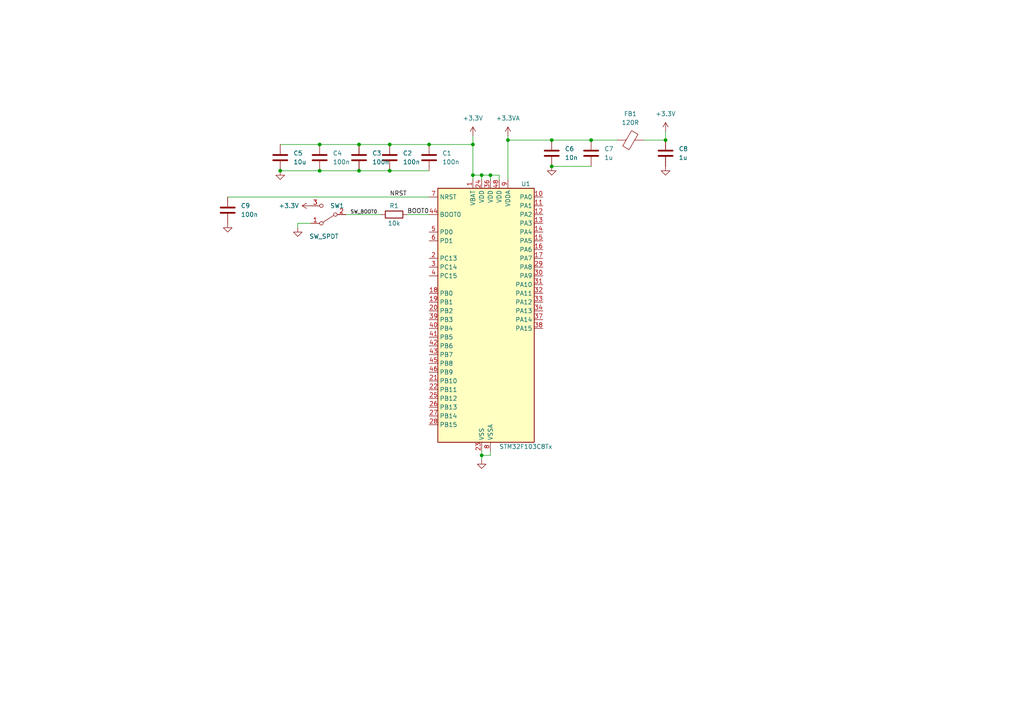
<source format=kicad_sch>
(kicad_sch (version 20230121) (generator eeschema)

  (uuid fcbd8079-7796-4e4b-9f8c-4d114d4d3a84)

  (paper "A4")

  (lib_symbols
    (symbol "Device:C" (pin_numbers hide) (pin_names (offset 0.254)) (in_bom yes) (on_board yes)
      (property "Reference" "C" (at 0.635 2.54 0)
        (effects (font (size 1.27 1.27)) (justify left))
      )
      (property "Value" "C" (at 0.635 -2.54 0)
        (effects (font (size 1.27 1.27)) (justify left))
      )
      (property "Footprint" "" (at 0.9652 -3.81 0)
        (effects (font (size 1.27 1.27)) hide)
      )
      (property "Datasheet" "~" (at 0 0 0)
        (effects (font (size 1.27 1.27)) hide)
      )
      (property "ki_keywords" "cap capacitor" (at 0 0 0)
        (effects (font (size 1.27 1.27)) hide)
      )
      (property "ki_description" "Unpolarized capacitor" (at 0 0 0)
        (effects (font (size 1.27 1.27)) hide)
      )
      (property "ki_fp_filters" "C_*" (at 0 0 0)
        (effects (font (size 1.27 1.27)) hide)
      )
      (symbol "C_0_1"
        (polyline
          (pts
            (xy -2.032 -0.762)
            (xy 2.032 -0.762)
          )
          (stroke (width 0.508) (type default))
          (fill (type none))
        )
        (polyline
          (pts
            (xy -2.032 0.762)
            (xy 2.032 0.762)
          )
          (stroke (width 0.508) (type default))
          (fill (type none))
        )
      )
      (symbol "C_1_1"
        (pin passive line (at 0 3.81 270) (length 2.794)
          (name "~" (effects (font (size 1.27 1.27))))
          (number "1" (effects (font (size 1.27 1.27))))
        )
        (pin passive line (at 0 -3.81 90) (length 2.794)
          (name "~" (effects (font (size 1.27 1.27))))
          (number "2" (effects (font (size 1.27 1.27))))
        )
      )
    )
    (symbol "Device:FerriteBead" (pin_numbers hide) (pin_names (offset 0)) (in_bom yes) (on_board yes)
      (property "Reference" "FB" (at -3.81 0.635 90)
        (effects (font (size 1.27 1.27)))
      )
      (property "Value" "FerriteBead" (at 3.81 0 90)
        (effects (font (size 1.27 1.27)))
      )
      (property "Footprint" "" (at -1.778 0 90)
        (effects (font (size 1.27 1.27)) hide)
      )
      (property "Datasheet" "~" (at 0 0 0)
        (effects (font (size 1.27 1.27)) hide)
      )
      (property "ki_keywords" "L ferrite bead inductor filter" (at 0 0 0)
        (effects (font (size 1.27 1.27)) hide)
      )
      (property "ki_description" "Ferrite bead" (at 0 0 0)
        (effects (font (size 1.27 1.27)) hide)
      )
      (property "ki_fp_filters" "Inductor_* L_* *Ferrite*" (at 0 0 0)
        (effects (font (size 1.27 1.27)) hide)
      )
      (symbol "FerriteBead_0_1"
        (polyline
          (pts
            (xy 0 -1.27)
            (xy 0 -1.2192)
          )
          (stroke (width 0) (type default))
          (fill (type none))
        )
        (polyline
          (pts
            (xy 0 1.27)
            (xy 0 1.2954)
          )
          (stroke (width 0) (type default))
          (fill (type none))
        )
        (polyline
          (pts
            (xy -2.7686 0.4064)
            (xy -1.7018 2.2606)
            (xy 2.7686 -0.3048)
            (xy 1.6764 -2.159)
            (xy -2.7686 0.4064)
          )
          (stroke (width 0) (type default))
          (fill (type none))
        )
      )
      (symbol "FerriteBead_1_1"
        (pin passive line (at 0 3.81 270) (length 2.54)
          (name "~" (effects (font (size 1.27 1.27))))
          (number "1" (effects (font (size 1.27 1.27))))
        )
        (pin passive line (at 0 -3.81 90) (length 2.54)
          (name "~" (effects (font (size 1.27 1.27))))
          (number "2" (effects (font (size 1.27 1.27))))
        )
      )
    )
    (symbol "Device:R" (pin_numbers hide) (pin_names (offset 0)) (in_bom yes) (on_board yes)
      (property "Reference" "R" (at 2.032 0 90)
        (effects (font (size 1.27 1.27)))
      )
      (property "Value" "R" (at 0 0 90)
        (effects (font (size 1.27 1.27)))
      )
      (property "Footprint" "" (at -1.778 0 90)
        (effects (font (size 1.27 1.27)) hide)
      )
      (property "Datasheet" "~" (at 0 0 0)
        (effects (font (size 1.27 1.27)) hide)
      )
      (property "ki_keywords" "R res resistor" (at 0 0 0)
        (effects (font (size 1.27 1.27)) hide)
      )
      (property "ki_description" "Resistor" (at 0 0 0)
        (effects (font (size 1.27 1.27)) hide)
      )
      (property "ki_fp_filters" "R_*" (at 0 0 0)
        (effects (font (size 1.27 1.27)) hide)
      )
      (symbol "R_0_1"
        (rectangle (start -1.016 -2.54) (end 1.016 2.54)
          (stroke (width 0.254) (type default))
          (fill (type none))
        )
      )
      (symbol "R_1_1"
        (pin passive line (at 0 3.81 270) (length 1.27)
          (name "~" (effects (font (size 1.27 1.27))))
          (number "1" (effects (font (size 1.27 1.27))))
        )
        (pin passive line (at 0 -3.81 90) (length 1.27)
          (name "~" (effects (font (size 1.27 1.27))))
          (number "2" (effects (font (size 1.27 1.27))))
        )
      )
    )
    (symbol "MCU_ST_STM32F1:STM32F103C8Tx" (in_bom yes) (on_board yes)
      (property "Reference" "U" (at -12.7 39.37 0)
        (effects (font (size 1.27 1.27)) (justify left))
      )
      (property "Value" "STM32F103C8Tx" (at 10.16 39.37 0)
        (effects (font (size 1.27 1.27)) (justify left))
      )
      (property "Footprint" "Package_QFP:LQFP-48_7x7mm_P0.5mm" (at -12.7 -35.56 0)
        (effects (font (size 1.27 1.27)) (justify right) hide)
      )
      (property "Datasheet" "https://www.st.com/resource/en/datasheet/stm32f103c8.pdf" (at 0 0 0)
        (effects (font (size 1.27 1.27)) hide)
      )
      (property "ki_locked" "" (at 0 0 0)
        (effects (font (size 1.27 1.27)))
      )
      (property "ki_keywords" "Arm Cortex-M3 STM32F1 STM32F103" (at 0 0 0)
        (effects (font (size 1.27 1.27)) hide)
      )
      (property "ki_description" "STMicroelectronics Arm Cortex-M3 MCU, 64KB flash, 20KB RAM, 72 MHz, 2.0-3.6V, 37 GPIO, LQFP48" (at 0 0 0)
        (effects (font (size 1.27 1.27)) hide)
      )
      (property "ki_fp_filters" "LQFP*7x7mm*P0.5mm*" (at 0 0 0)
        (effects (font (size 1.27 1.27)) hide)
      )
      (symbol "STM32F103C8Tx_0_1"
        (rectangle (start -12.7 -35.56) (end 15.24 38.1)
          (stroke (width 0.254) (type default))
          (fill (type background))
        )
      )
      (symbol "STM32F103C8Tx_1_1"
        (pin power_in line (at -2.54 40.64 270) (length 2.54)
          (name "VBAT" (effects (font (size 1.27 1.27))))
          (number "1" (effects (font (size 1.27 1.27))))
        )
        (pin bidirectional line (at 17.78 35.56 180) (length 2.54)
          (name "PA0" (effects (font (size 1.27 1.27))))
          (number "10" (effects (font (size 1.27 1.27))))
          (alternate "ADC1_IN0" bidirectional line)
          (alternate "ADC2_IN0" bidirectional line)
          (alternate "SYS_WKUP" bidirectional line)
          (alternate "TIM2_CH1" bidirectional line)
          (alternate "TIM2_ETR" bidirectional line)
          (alternate "USART2_CTS" bidirectional line)
        )
        (pin bidirectional line (at 17.78 33.02 180) (length 2.54)
          (name "PA1" (effects (font (size 1.27 1.27))))
          (number "11" (effects (font (size 1.27 1.27))))
          (alternate "ADC1_IN1" bidirectional line)
          (alternate "ADC2_IN1" bidirectional line)
          (alternate "TIM2_CH2" bidirectional line)
          (alternate "USART2_RTS" bidirectional line)
        )
        (pin bidirectional line (at 17.78 30.48 180) (length 2.54)
          (name "PA2" (effects (font (size 1.27 1.27))))
          (number "12" (effects (font (size 1.27 1.27))))
          (alternate "ADC1_IN2" bidirectional line)
          (alternate "ADC2_IN2" bidirectional line)
          (alternate "TIM2_CH3" bidirectional line)
          (alternate "USART2_TX" bidirectional line)
        )
        (pin bidirectional line (at 17.78 27.94 180) (length 2.54)
          (name "PA3" (effects (font (size 1.27 1.27))))
          (number "13" (effects (font (size 1.27 1.27))))
          (alternate "ADC1_IN3" bidirectional line)
          (alternate "ADC2_IN3" bidirectional line)
          (alternate "TIM2_CH4" bidirectional line)
          (alternate "USART2_RX" bidirectional line)
        )
        (pin bidirectional line (at 17.78 25.4 180) (length 2.54)
          (name "PA4" (effects (font (size 1.27 1.27))))
          (number "14" (effects (font (size 1.27 1.27))))
          (alternate "ADC1_IN4" bidirectional line)
          (alternate "ADC2_IN4" bidirectional line)
          (alternate "SPI1_NSS" bidirectional line)
          (alternate "USART2_CK" bidirectional line)
        )
        (pin bidirectional line (at 17.78 22.86 180) (length 2.54)
          (name "PA5" (effects (font (size 1.27 1.27))))
          (number "15" (effects (font (size 1.27 1.27))))
          (alternate "ADC1_IN5" bidirectional line)
          (alternate "ADC2_IN5" bidirectional line)
          (alternate "SPI1_SCK" bidirectional line)
        )
        (pin bidirectional line (at 17.78 20.32 180) (length 2.54)
          (name "PA6" (effects (font (size 1.27 1.27))))
          (number "16" (effects (font (size 1.27 1.27))))
          (alternate "ADC1_IN6" bidirectional line)
          (alternate "ADC2_IN6" bidirectional line)
          (alternate "SPI1_MISO" bidirectional line)
          (alternate "TIM1_BKIN" bidirectional line)
          (alternate "TIM3_CH1" bidirectional line)
        )
        (pin bidirectional line (at 17.78 17.78 180) (length 2.54)
          (name "PA7" (effects (font (size 1.27 1.27))))
          (number "17" (effects (font (size 1.27 1.27))))
          (alternate "ADC1_IN7" bidirectional line)
          (alternate "ADC2_IN7" bidirectional line)
          (alternate "SPI1_MOSI" bidirectional line)
          (alternate "TIM1_CH1N" bidirectional line)
          (alternate "TIM3_CH2" bidirectional line)
        )
        (pin bidirectional line (at -15.24 7.62 0) (length 2.54)
          (name "PB0" (effects (font (size 1.27 1.27))))
          (number "18" (effects (font (size 1.27 1.27))))
          (alternate "ADC1_IN8" bidirectional line)
          (alternate "ADC2_IN8" bidirectional line)
          (alternate "TIM1_CH2N" bidirectional line)
          (alternate "TIM3_CH3" bidirectional line)
        )
        (pin bidirectional line (at -15.24 5.08 0) (length 2.54)
          (name "PB1" (effects (font (size 1.27 1.27))))
          (number "19" (effects (font (size 1.27 1.27))))
          (alternate "ADC1_IN9" bidirectional line)
          (alternate "ADC2_IN9" bidirectional line)
          (alternate "TIM1_CH3N" bidirectional line)
          (alternate "TIM3_CH4" bidirectional line)
        )
        (pin bidirectional line (at -15.24 17.78 0) (length 2.54)
          (name "PC13" (effects (font (size 1.27 1.27))))
          (number "2" (effects (font (size 1.27 1.27))))
          (alternate "RTC_OUT" bidirectional line)
          (alternate "RTC_TAMPER" bidirectional line)
        )
        (pin bidirectional line (at -15.24 2.54 0) (length 2.54)
          (name "PB2" (effects (font (size 1.27 1.27))))
          (number "20" (effects (font (size 1.27 1.27))))
        )
        (pin bidirectional line (at -15.24 -17.78 0) (length 2.54)
          (name "PB10" (effects (font (size 1.27 1.27))))
          (number "21" (effects (font (size 1.27 1.27))))
          (alternate "I2C2_SCL" bidirectional line)
          (alternate "TIM2_CH3" bidirectional line)
          (alternate "USART3_TX" bidirectional line)
        )
        (pin bidirectional line (at -15.24 -20.32 0) (length 2.54)
          (name "PB11" (effects (font (size 1.27 1.27))))
          (number "22" (effects (font (size 1.27 1.27))))
          (alternate "ADC1_EXTI11" bidirectional line)
          (alternate "ADC2_EXTI11" bidirectional line)
          (alternate "I2C2_SDA" bidirectional line)
          (alternate "TIM2_CH4" bidirectional line)
          (alternate "USART3_RX" bidirectional line)
        )
        (pin power_in line (at 0 -38.1 90) (length 2.54)
          (name "VSS" (effects (font (size 1.27 1.27))))
          (number "23" (effects (font (size 1.27 1.27))))
        )
        (pin power_in line (at 0 40.64 270) (length 2.54)
          (name "VDD" (effects (font (size 1.27 1.27))))
          (number "24" (effects (font (size 1.27 1.27))))
        )
        (pin bidirectional line (at -15.24 -22.86 0) (length 2.54)
          (name "PB12" (effects (font (size 1.27 1.27))))
          (number "25" (effects (font (size 1.27 1.27))))
          (alternate "I2C2_SMBA" bidirectional line)
          (alternate "SPI2_NSS" bidirectional line)
          (alternate "TIM1_BKIN" bidirectional line)
          (alternate "USART3_CK" bidirectional line)
        )
        (pin bidirectional line (at -15.24 -25.4 0) (length 2.54)
          (name "PB13" (effects (font (size 1.27 1.27))))
          (number "26" (effects (font (size 1.27 1.27))))
          (alternate "SPI2_SCK" bidirectional line)
          (alternate "TIM1_CH1N" bidirectional line)
          (alternate "USART3_CTS" bidirectional line)
        )
        (pin bidirectional line (at -15.24 -27.94 0) (length 2.54)
          (name "PB14" (effects (font (size 1.27 1.27))))
          (number "27" (effects (font (size 1.27 1.27))))
          (alternate "SPI2_MISO" bidirectional line)
          (alternate "TIM1_CH2N" bidirectional line)
          (alternate "USART3_RTS" bidirectional line)
        )
        (pin bidirectional line (at -15.24 -30.48 0) (length 2.54)
          (name "PB15" (effects (font (size 1.27 1.27))))
          (number "28" (effects (font (size 1.27 1.27))))
          (alternate "ADC1_EXTI15" bidirectional line)
          (alternate "ADC2_EXTI15" bidirectional line)
          (alternate "SPI2_MOSI" bidirectional line)
          (alternate "TIM1_CH3N" bidirectional line)
        )
        (pin bidirectional line (at 17.78 15.24 180) (length 2.54)
          (name "PA8" (effects (font (size 1.27 1.27))))
          (number "29" (effects (font (size 1.27 1.27))))
          (alternate "RCC_MCO" bidirectional line)
          (alternate "TIM1_CH1" bidirectional line)
          (alternate "USART1_CK" bidirectional line)
        )
        (pin bidirectional line (at -15.24 15.24 0) (length 2.54)
          (name "PC14" (effects (font (size 1.27 1.27))))
          (number "3" (effects (font (size 1.27 1.27))))
          (alternate "RCC_OSC32_IN" bidirectional line)
        )
        (pin bidirectional line (at 17.78 12.7 180) (length 2.54)
          (name "PA9" (effects (font (size 1.27 1.27))))
          (number "30" (effects (font (size 1.27 1.27))))
          (alternate "TIM1_CH2" bidirectional line)
          (alternate "USART1_TX" bidirectional line)
        )
        (pin bidirectional line (at 17.78 10.16 180) (length 2.54)
          (name "PA10" (effects (font (size 1.27 1.27))))
          (number "31" (effects (font (size 1.27 1.27))))
          (alternate "TIM1_CH3" bidirectional line)
          (alternate "USART1_RX" bidirectional line)
        )
        (pin bidirectional line (at 17.78 7.62 180) (length 2.54)
          (name "PA11" (effects (font (size 1.27 1.27))))
          (number "32" (effects (font (size 1.27 1.27))))
          (alternate "ADC1_EXTI11" bidirectional line)
          (alternate "ADC2_EXTI11" bidirectional line)
          (alternate "CAN_RX" bidirectional line)
          (alternate "TIM1_CH4" bidirectional line)
          (alternate "USART1_CTS" bidirectional line)
          (alternate "USB_DM" bidirectional line)
        )
        (pin bidirectional line (at 17.78 5.08 180) (length 2.54)
          (name "PA12" (effects (font (size 1.27 1.27))))
          (number "33" (effects (font (size 1.27 1.27))))
          (alternate "CAN_TX" bidirectional line)
          (alternate "TIM1_ETR" bidirectional line)
          (alternate "USART1_RTS" bidirectional line)
          (alternate "USB_DP" bidirectional line)
        )
        (pin bidirectional line (at 17.78 2.54 180) (length 2.54)
          (name "PA13" (effects (font (size 1.27 1.27))))
          (number "34" (effects (font (size 1.27 1.27))))
          (alternate "SYS_JTMS-SWDIO" bidirectional line)
        )
        (pin passive line (at 0 -38.1 90) (length 2.54) hide
          (name "VSS" (effects (font (size 1.27 1.27))))
          (number "35" (effects (font (size 1.27 1.27))))
        )
        (pin power_in line (at 2.54 40.64 270) (length 2.54)
          (name "VDD" (effects (font (size 1.27 1.27))))
          (number "36" (effects (font (size 1.27 1.27))))
        )
        (pin bidirectional line (at 17.78 0 180) (length 2.54)
          (name "PA14" (effects (font (size 1.27 1.27))))
          (number "37" (effects (font (size 1.27 1.27))))
          (alternate "SYS_JTCK-SWCLK" bidirectional line)
        )
        (pin bidirectional line (at 17.78 -2.54 180) (length 2.54)
          (name "PA15" (effects (font (size 1.27 1.27))))
          (number "38" (effects (font (size 1.27 1.27))))
          (alternate "ADC1_EXTI15" bidirectional line)
          (alternate "ADC2_EXTI15" bidirectional line)
          (alternate "SPI1_NSS" bidirectional line)
          (alternate "SYS_JTDI" bidirectional line)
          (alternate "TIM2_CH1" bidirectional line)
          (alternate "TIM2_ETR" bidirectional line)
        )
        (pin bidirectional line (at -15.24 0 0) (length 2.54)
          (name "PB3" (effects (font (size 1.27 1.27))))
          (number "39" (effects (font (size 1.27 1.27))))
          (alternate "SPI1_SCK" bidirectional line)
          (alternate "SYS_JTDO-TRACESWO" bidirectional line)
          (alternate "TIM2_CH2" bidirectional line)
        )
        (pin bidirectional line (at -15.24 12.7 0) (length 2.54)
          (name "PC15" (effects (font (size 1.27 1.27))))
          (number "4" (effects (font (size 1.27 1.27))))
          (alternate "ADC1_EXTI15" bidirectional line)
          (alternate "ADC2_EXTI15" bidirectional line)
          (alternate "RCC_OSC32_OUT" bidirectional line)
        )
        (pin bidirectional line (at -15.24 -2.54 0) (length 2.54)
          (name "PB4" (effects (font (size 1.27 1.27))))
          (number "40" (effects (font (size 1.27 1.27))))
          (alternate "SPI1_MISO" bidirectional line)
          (alternate "SYS_NJTRST" bidirectional line)
          (alternate "TIM3_CH1" bidirectional line)
        )
        (pin bidirectional line (at -15.24 -5.08 0) (length 2.54)
          (name "PB5" (effects (font (size 1.27 1.27))))
          (number "41" (effects (font (size 1.27 1.27))))
          (alternate "I2C1_SMBA" bidirectional line)
          (alternate "SPI1_MOSI" bidirectional line)
          (alternate "TIM3_CH2" bidirectional line)
        )
        (pin bidirectional line (at -15.24 -7.62 0) (length 2.54)
          (name "PB6" (effects (font (size 1.27 1.27))))
          (number "42" (effects (font (size 1.27 1.27))))
          (alternate "I2C1_SCL" bidirectional line)
          (alternate "TIM4_CH1" bidirectional line)
          (alternate "USART1_TX" bidirectional line)
        )
        (pin bidirectional line (at -15.24 -10.16 0) (length 2.54)
          (name "PB7" (effects (font (size 1.27 1.27))))
          (number "43" (effects (font (size 1.27 1.27))))
          (alternate "I2C1_SDA" bidirectional line)
          (alternate "TIM4_CH2" bidirectional line)
          (alternate "USART1_RX" bidirectional line)
        )
        (pin input line (at -15.24 30.48 0) (length 2.54)
          (name "BOOT0" (effects (font (size 1.27 1.27))))
          (number "44" (effects (font (size 1.27 1.27))))
        )
        (pin bidirectional line (at -15.24 -12.7 0) (length 2.54)
          (name "PB8" (effects (font (size 1.27 1.27))))
          (number "45" (effects (font (size 1.27 1.27))))
          (alternate "CAN_RX" bidirectional line)
          (alternate "I2C1_SCL" bidirectional line)
          (alternate "TIM4_CH3" bidirectional line)
        )
        (pin bidirectional line (at -15.24 -15.24 0) (length 2.54)
          (name "PB9" (effects (font (size 1.27 1.27))))
          (number "46" (effects (font (size 1.27 1.27))))
          (alternate "CAN_TX" bidirectional line)
          (alternate "I2C1_SDA" bidirectional line)
          (alternate "TIM4_CH4" bidirectional line)
        )
        (pin passive line (at 0 -38.1 90) (length 2.54) hide
          (name "VSS" (effects (font (size 1.27 1.27))))
          (number "47" (effects (font (size 1.27 1.27))))
        )
        (pin power_in line (at 5.08 40.64 270) (length 2.54)
          (name "VDD" (effects (font (size 1.27 1.27))))
          (number "48" (effects (font (size 1.27 1.27))))
        )
        (pin bidirectional line (at -15.24 25.4 0) (length 2.54)
          (name "PD0" (effects (font (size 1.27 1.27))))
          (number "5" (effects (font (size 1.27 1.27))))
          (alternate "RCC_OSC_IN" bidirectional line)
        )
        (pin bidirectional line (at -15.24 22.86 0) (length 2.54)
          (name "PD1" (effects (font (size 1.27 1.27))))
          (number "6" (effects (font (size 1.27 1.27))))
          (alternate "RCC_OSC_OUT" bidirectional line)
        )
        (pin input line (at -15.24 35.56 0) (length 2.54)
          (name "NRST" (effects (font (size 1.27 1.27))))
          (number "7" (effects (font (size 1.27 1.27))))
        )
        (pin power_in line (at 2.54 -38.1 90) (length 2.54)
          (name "VSSA" (effects (font (size 1.27 1.27))))
          (number "8" (effects (font (size 1.27 1.27))))
        )
        (pin power_in line (at 7.62 40.64 270) (length 2.54)
          (name "VDDA" (effects (font (size 1.27 1.27))))
          (number "9" (effects (font (size 1.27 1.27))))
        )
      )
    )
    (symbol "Switch:SW_SPDT" (pin_names (offset 0) hide) (in_bom yes) (on_board yes)
      (property "Reference" "SW" (at 0 4.318 0)
        (effects (font (size 1.27 1.27)))
      )
      (property "Value" "SW_SPDT" (at 0 -5.08 0)
        (effects (font (size 1.27 1.27)))
      )
      (property "Footprint" "" (at 0 0 0)
        (effects (font (size 1.27 1.27)) hide)
      )
      (property "Datasheet" "~" (at 0 0 0)
        (effects (font (size 1.27 1.27)) hide)
      )
      (property "ki_keywords" "switch single-pole double-throw spdt ON-ON" (at 0 0 0)
        (effects (font (size 1.27 1.27)) hide)
      )
      (property "ki_description" "Switch, single pole double throw" (at 0 0 0)
        (effects (font (size 1.27 1.27)) hide)
      )
      (symbol "SW_SPDT_0_0"
        (circle (center -2.032 0) (radius 0.508)
          (stroke (width 0) (type default))
          (fill (type none))
        )
        (circle (center 2.032 -2.54) (radius 0.508)
          (stroke (width 0) (type default))
          (fill (type none))
        )
      )
      (symbol "SW_SPDT_0_1"
        (polyline
          (pts
            (xy -1.524 0.254)
            (xy 1.651 2.286)
          )
          (stroke (width 0) (type default))
          (fill (type none))
        )
        (circle (center 2.032 2.54) (radius 0.508)
          (stroke (width 0) (type default))
          (fill (type none))
        )
      )
      (symbol "SW_SPDT_1_1"
        (pin passive line (at 5.08 2.54 180) (length 2.54)
          (name "A" (effects (font (size 1.27 1.27))))
          (number "1" (effects (font (size 1.27 1.27))))
        )
        (pin passive line (at -5.08 0 0) (length 2.54)
          (name "B" (effects (font (size 1.27 1.27))))
          (number "2" (effects (font (size 1.27 1.27))))
        )
        (pin passive line (at 5.08 -2.54 180) (length 2.54)
          (name "C" (effects (font (size 1.27 1.27))))
          (number "3" (effects (font (size 1.27 1.27))))
        )
      )
    )
    (symbol "power:+3.3V" (power) (pin_names (offset 0)) (in_bom yes) (on_board yes)
      (property "Reference" "#PWR" (at 0 -3.81 0)
        (effects (font (size 1.27 1.27)) hide)
      )
      (property "Value" "+3.3V" (at 0 3.556 0)
        (effects (font (size 1.27 1.27)))
      )
      (property "Footprint" "" (at 0 0 0)
        (effects (font (size 1.27 1.27)) hide)
      )
      (property "Datasheet" "" (at 0 0 0)
        (effects (font (size 1.27 1.27)) hide)
      )
      (property "ki_keywords" "global power" (at 0 0 0)
        (effects (font (size 1.27 1.27)) hide)
      )
      (property "ki_description" "Power symbol creates a global label with name \"+3.3V\"" (at 0 0 0)
        (effects (font (size 1.27 1.27)) hide)
      )
      (symbol "+3.3V_0_1"
        (polyline
          (pts
            (xy -0.762 1.27)
            (xy 0 2.54)
          )
          (stroke (width 0) (type default))
          (fill (type none))
        )
        (polyline
          (pts
            (xy 0 0)
            (xy 0 2.54)
          )
          (stroke (width 0) (type default))
          (fill (type none))
        )
        (polyline
          (pts
            (xy 0 2.54)
            (xy 0.762 1.27)
          )
          (stroke (width 0) (type default))
          (fill (type none))
        )
      )
      (symbol "+3.3V_1_1"
        (pin power_in line (at 0 0 90) (length 0) hide
          (name "+3.3V" (effects (font (size 1.27 1.27))))
          (number "1" (effects (font (size 1.27 1.27))))
        )
      )
    )
    (symbol "power:+3.3VA" (power) (pin_names (offset 0)) (in_bom yes) (on_board yes)
      (property "Reference" "#PWR" (at 0 -3.81 0)
        (effects (font (size 1.27 1.27)) hide)
      )
      (property "Value" "+3.3VA" (at 0 3.556 0)
        (effects (font (size 1.27 1.27)))
      )
      (property "Footprint" "" (at 0 0 0)
        (effects (font (size 1.27 1.27)) hide)
      )
      (property "Datasheet" "" (at 0 0 0)
        (effects (font (size 1.27 1.27)) hide)
      )
      (property "ki_keywords" "global power" (at 0 0 0)
        (effects (font (size 1.27 1.27)) hide)
      )
      (property "ki_description" "Power symbol creates a global label with name \"+3.3VA\"" (at 0 0 0)
        (effects (font (size 1.27 1.27)) hide)
      )
      (symbol "+3.3VA_0_1"
        (polyline
          (pts
            (xy -0.762 1.27)
            (xy 0 2.54)
          )
          (stroke (width 0) (type default))
          (fill (type none))
        )
        (polyline
          (pts
            (xy 0 0)
            (xy 0 2.54)
          )
          (stroke (width 0) (type default))
          (fill (type none))
        )
        (polyline
          (pts
            (xy 0 2.54)
            (xy 0.762 1.27)
          )
          (stroke (width 0) (type default))
          (fill (type none))
        )
      )
      (symbol "+3.3VA_1_1"
        (pin power_in line (at 0 0 90) (length 0) hide
          (name "+3.3VA" (effects (font (size 1.27 1.27))))
          (number "1" (effects (font (size 1.27 1.27))))
        )
      )
    )
    (symbol "power:GND" (power) (pin_names (offset 0)) (in_bom yes) (on_board yes)
      (property "Reference" "#PWR" (at 0 -6.35 0)
        (effects (font (size 1.27 1.27)) hide)
      )
      (property "Value" "GND" (at 0 -3.81 0)
        (effects (font (size 1.27 1.27)))
      )
      (property "Footprint" "" (at 0 0 0)
        (effects (font (size 1.27 1.27)) hide)
      )
      (property "Datasheet" "" (at 0 0 0)
        (effects (font (size 1.27 1.27)) hide)
      )
      (property "ki_keywords" "global power" (at 0 0 0)
        (effects (font (size 1.27 1.27)) hide)
      )
      (property "ki_description" "Power symbol creates a global label with name \"GND\" , ground" (at 0 0 0)
        (effects (font (size 1.27 1.27)) hide)
      )
      (symbol "GND_0_1"
        (polyline
          (pts
            (xy 0 0)
            (xy 0 -1.27)
            (xy 1.27 -1.27)
            (xy 0 -2.54)
            (xy -1.27 -1.27)
            (xy 0 -1.27)
          )
          (stroke (width 0) (type default))
          (fill (type none))
        )
      )
      (symbol "GND_1_1"
        (pin power_in line (at 0 0 270) (length 0) hide
          (name "GND" (effects (font (size 1.27 1.27))))
          (number "1" (effects (font (size 1.27 1.27))))
        )
      )
    )
  )

  (junction (at 81.28 49.53) (diameter 0) (color 0 0 0 0)
    (uuid 13908a26-fe0d-4e33-bf74-42e4b11e4ea4)
  )
  (junction (at 137.16 41.91) (diameter 0) (color 0 0 0 0)
    (uuid 14e0f2f0-3d07-4c53-b806-c5fff92865ad)
  )
  (junction (at 113.03 49.53) (diameter 0) (color 0 0 0 0)
    (uuid 31939780-88d7-4203-a954-a13531408a46)
  )
  (junction (at 147.32 40.64) (diameter 0) (color 0 0 0 0)
    (uuid 33843856-4c53-44ca-a4e2-b515cfc40907)
  )
  (junction (at 139.7 132.08) (diameter 0) (color 0 0 0 0)
    (uuid 55315aed-fdc8-4c32-a98a-c8bb01d85f30)
  )
  (junction (at 139.7 50.8) (diameter 0) (color 0 0 0 0)
    (uuid 6e50eea4-4827-423c-8f3e-1d1df43afef4)
  )
  (junction (at 104.14 41.91) (diameter 0) (color 0 0 0 0)
    (uuid 71b9886d-2570-44ae-b7fe-2c9adbc33217)
  )
  (junction (at 124.46 41.91) (diameter 0) (color 0 0 0 0)
    (uuid 7d37a980-6531-4eb3-9f97-71666f9e5abf)
  )
  (junction (at 137.16 50.8) (diameter 0) (color 0 0 0 0)
    (uuid 7fcecc2a-f629-4092-8add-2210b9171142)
  )
  (junction (at 160.02 40.64) (diameter 0) (color 0 0 0 0)
    (uuid 93a924e3-874f-40ac-9ad4-1284da9a3077)
  )
  (junction (at 92.71 41.91) (diameter 0) (color 0 0 0 0)
    (uuid afae6524-c5da-4171-b9ee-0d49b294bdac)
  )
  (junction (at 160.02 48.26) (diameter 0) (color 0 0 0 0)
    (uuid c082e73e-a43e-496d-b861-71117a78e5f8)
  )
  (junction (at 142.24 50.8) (diameter 0) (color 0 0 0 0)
    (uuid cf2825bc-66a4-458b-96a7-79f8d5cd7249)
  )
  (junction (at 104.14 49.53) (diameter 0) (color 0 0 0 0)
    (uuid d04d9d36-25a4-4f72-aee2-5fb16f8751c8)
  )
  (junction (at 193.04 40.64) (diameter 0) (color 0 0 0 0)
    (uuid d557c0f2-02d7-4b38-98fc-ed01fbd61b6b)
  )
  (junction (at 113.03 41.91) (diameter 0) (color 0 0 0 0)
    (uuid db18e916-6c8e-4c73-a146-2762dc2d793e)
  )
  (junction (at 92.71 49.53) (diameter 0) (color 0 0 0 0)
    (uuid f17974dc-41f6-4289-af99-d2b80712e566)
  )
  (junction (at 171.45 40.64) (diameter 0) (color 0 0 0 0)
    (uuid f7064179-5102-4f08-a524-c43815bbb3b2)
  )

  (wire (pts (xy 186.69 40.64) (xy 193.04 40.64))
    (stroke (width 0) (type default))
    (uuid 0b5ba6e4-e149-4dfa-8302-ceb64e5d5fe8)
  )
  (wire (pts (xy 81.28 41.91) (xy 92.71 41.91))
    (stroke (width 0) (type default))
    (uuid 1639428d-c148-4279-b799-5f97e10d5b1e)
  )
  (wire (pts (xy 81.28 49.53) (xy 92.71 49.53))
    (stroke (width 0) (type default))
    (uuid 1b06e475-df2b-49da-b92a-ae8e1ade5e10)
  )
  (wire (pts (xy 160.02 40.64) (xy 171.45 40.64))
    (stroke (width 0) (type default))
    (uuid 1bcc3941-ad06-40bb-9cf1-eedfa935a487)
  )
  (wire (pts (xy 139.7 133.35) (xy 139.7 132.08))
    (stroke (width 0) (type default))
    (uuid 2771557d-24f9-4dce-86da-f9283deef8c9)
  )
  (wire (pts (xy 142.24 132.08) (xy 139.7 132.08))
    (stroke (width 0) (type default))
    (uuid 2a222286-006a-424b-93c4-36e1f971e625)
  )
  (wire (pts (xy 147.32 40.64) (xy 160.02 40.64))
    (stroke (width 0) (type default))
    (uuid 2a725f64-740d-413d-8c08-9c4b0b6da8b5)
  )
  (wire (pts (xy 104.14 49.53) (xy 113.03 49.53))
    (stroke (width 0) (type default))
    (uuid 2be50e9f-09d6-4d44-a583-868c955dde8f)
  )
  (wire (pts (xy 113.03 41.91) (xy 124.46 41.91))
    (stroke (width 0) (type default))
    (uuid 3705dec4-457d-4ff8-8d5b-7aca6dc3ccd7)
  )
  (wire (pts (xy 139.7 50.8) (xy 137.16 50.8))
    (stroke (width 0) (type default))
    (uuid 4804b065-bfcc-411c-868e-3825e8a298c3)
  )
  (wire (pts (xy 171.45 40.64) (xy 179.07 40.64))
    (stroke (width 0) (type default))
    (uuid 608c4bad-5214-44dd-be6a-99f20e248f32)
  )
  (wire (pts (xy 139.7 50.8) (xy 142.24 50.8))
    (stroke (width 0) (type default))
    (uuid 66459aaa-cc66-4402-b4c1-43d8dcdc77e3)
  )
  (wire (pts (xy 124.46 41.91) (xy 137.16 41.91))
    (stroke (width 0) (type default))
    (uuid 675eea05-16ca-4e29-be6d-dcf5d950849c)
  )
  (wire (pts (xy 118.11 62.23) (xy 124.46 62.23))
    (stroke (width 0) (type default))
    (uuid 8242639d-a181-40b0-b9af-e1291b26358f)
  )
  (wire (pts (xy 160.02 48.26) (xy 171.45 48.26))
    (stroke (width 0) (type default))
    (uuid 848a8c6a-29d6-453c-975d-0dc3e6aa9c4b)
  )
  (wire (pts (xy 137.16 50.8) (xy 137.16 52.07))
    (stroke (width 0) (type default))
    (uuid 8966d694-c2c8-41e2-9b89-dc33f90fb0e8)
  )
  (wire (pts (xy 193.04 38.1) (xy 193.04 40.64))
    (stroke (width 0) (type default))
    (uuid 8a049323-2f68-4c41-9e87-e1bf17e95067)
  )
  (wire (pts (xy 92.71 49.53) (xy 104.14 49.53))
    (stroke (width 0) (type default))
    (uuid 94199582-6166-4504-8fe9-378b11a5b7f3)
  )
  (wire (pts (xy 142.24 50.8) (xy 142.24 52.07))
    (stroke (width 0) (type default))
    (uuid 95422f0c-ec31-4e02-96eb-c2d6c5e8b962)
  )
  (wire (pts (xy 100.33 62.23) (xy 110.49 62.23))
    (stroke (width 0) (type default))
    (uuid 95621501-d702-4adf-918d-95c3f7df3557)
  )
  (wire (pts (xy 92.71 41.91) (xy 104.14 41.91))
    (stroke (width 0) (type default))
    (uuid a71f8b4c-ab7b-4692-8326-13dda9fd5930)
  )
  (wire (pts (xy 142.24 50.8) (xy 144.78 50.8))
    (stroke (width 0) (type default))
    (uuid a89b2722-7348-448c-b906-b89aace42285)
  )
  (wire (pts (xy 147.32 39.37) (xy 147.32 40.64))
    (stroke (width 0) (type default))
    (uuid af893c35-cddd-40ff-aefa-e6431718a692)
  )
  (wire (pts (xy 104.14 41.91) (xy 113.03 41.91))
    (stroke (width 0) (type default))
    (uuid b6e8f651-57ca-4db7-9623-e6cb28a0becf)
  )
  (wire (pts (xy 147.32 40.64) (xy 147.32 52.07))
    (stroke (width 0) (type default))
    (uuid bb257301-5d2e-4395-982d-93b04f437ad2)
  )
  (wire (pts (xy 139.7 132.08) (xy 139.7 130.81))
    (stroke (width 0) (type default))
    (uuid be59dd4e-6b30-41e4-8501-abf268933e76)
  )
  (wire (pts (xy 90.17 64.77) (xy 86.36 64.77))
    (stroke (width 0) (type default))
    (uuid c5e175d9-0278-460c-80b9-ce8d02c1cb9b)
  )
  (wire (pts (xy 86.36 64.77) (xy 86.36 66.04))
    (stroke (width 0) (type default))
    (uuid caa53fe8-6a8c-4d77-a0ea-53e642dc2345)
  )
  (wire (pts (xy 137.16 39.37) (xy 137.16 41.91))
    (stroke (width 0) (type default))
    (uuid cc3a6309-7beb-48ec-86ea-3c85f28b8ef3)
  )
  (wire (pts (xy 144.78 50.8) (xy 144.78 52.07))
    (stroke (width 0) (type default))
    (uuid dd556620-ef80-4522-9d9c-2f28fb14ca4b)
  )
  (wire (pts (xy 139.7 50.8) (xy 139.7 52.07))
    (stroke (width 0) (type default))
    (uuid e2fc1de5-4a5e-4f1c-8cb6-a8d138e188dd)
  )
  (wire (pts (xy 66.04 57.15) (xy 124.46 57.15))
    (stroke (width 0) (type default))
    (uuid e30fe9a1-ca61-4249-9807-53bcf8dc3b28)
  )
  (wire (pts (xy 113.03 49.53) (xy 124.46 49.53))
    (stroke (width 0) (type default))
    (uuid e4700e99-53bb-4672-84f0-77b25d784850)
  )
  (wire (pts (xy 142.24 130.81) (xy 142.24 132.08))
    (stroke (width 0) (type default))
    (uuid ead5c80a-6e4d-4eb0-b995-67c1c7a6490e)
  )
  (wire (pts (xy 137.16 41.91) (xy 137.16 50.8))
    (stroke (width 0) (type default))
    (uuid edb75353-e8a6-4110-9886-aeef3a9572b8)
  )

  (label "NRST" (at 113.03 57.15 0) (fields_autoplaced)
    (effects (font (size 1.27 1.27)) (justify left bottom))
    (uuid 7f4f018e-2c95-4db9-83b7-7e6ca6d57498)
  )
  (label "BOOT0" (at 118.11 62.23 0) (fields_autoplaced)
    (effects (font (size 1.27 1.27)) (justify left bottom))
    (uuid 96b52d29-a6bb-4dbe-9423-33e9726baf67)
  )
  (label "SW_BOOT0" (at 101.6 62.23 0) (fields_autoplaced)
    (effects (font (size 1 1)) (justify left bottom))
    (uuid f53193e9-be8b-4e6e-937c-818c6229641a)
  )

  (symbol (lib_id "Device:C") (at 160.02 44.45 0) (unit 1)
    (in_bom yes) (on_board yes) (dnp no) (fields_autoplaced)
    (uuid 0b043ae6-46f4-414c-80d8-94e93819374a)
    (property "Reference" "C6" (at 163.83 43.18 0)
      (effects (font (size 1.27 1.27)) (justify left))
    )
    (property "Value" "10n" (at 163.83 45.72 0)
      (effects (font (size 1.27 1.27)) (justify left))
    )
    (property "Footprint" "" (at 160.9852 48.26 0)
      (effects (font (size 1.27 1.27)) hide)
    )
    (property "Datasheet" "~" (at 160.02 44.45 0)
      (effects (font (size 1.27 1.27)) hide)
    )
    (pin "1" (uuid 855ff5e7-a7a4-487c-b17d-a76a80a77611))
    (pin "2" (uuid b39a0fba-4a39-42d4-aff7-3263aad2c849))
    (instances
      (project "Embedded Power Managment System"
        (path "/fcbd8079-7796-4e4b-9f8c-4d114d4d3a84"
          (reference "C6") (unit 1)
        )
      )
    )
  )

  (symbol (lib_id "Device:C") (at 104.14 45.72 0) (unit 1)
    (in_bom yes) (on_board yes) (dnp no) (fields_autoplaced)
    (uuid 0fb7afa2-cad5-4044-ba36-6dae25977312)
    (property "Reference" "C3" (at 107.95 44.45 0)
      (effects (font (size 1.27 1.27)) (justify left))
    )
    (property "Value" "100n" (at 107.95 46.99 0)
      (effects (font (size 1.27 1.27)) (justify left))
    )
    (property "Footprint" "" (at 105.1052 49.53 0)
      (effects (font (size 1.27 1.27)) hide)
    )
    (property "Datasheet" "~" (at 104.14 45.72 0)
      (effects (font (size 1.27 1.27)) hide)
    )
    (pin "1" (uuid 080e26f8-b853-4847-9bc2-985977970c01))
    (pin "2" (uuid a07b1769-fb51-4e6c-b41e-1b5fd49685ff))
    (instances
      (project "Embedded Power Managment System"
        (path "/fcbd8079-7796-4e4b-9f8c-4d114d4d3a84"
          (reference "C3") (unit 1)
        )
      )
    )
  )

  (symbol (lib_id "power:GND") (at 139.7 133.35 0) (unit 1)
    (in_bom yes) (on_board yes) (dnp no) (fields_autoplaced)
    (uuid 1a229b30-991b-451f-8815-a090cf451864)
    (property "Reference" "#PWR01" (at 139.7 139.7 0)
      (effects (font (size 1.27 1.27)) hide)
    )
    (property "Value" "GND" (at 139.7 138.43 0)
      (effects (font (size 1.27 1.27)) hide)
    )
    (property "Footprint" "" (at 139.7 133.35 0)
      (effects (font (size 1.27 1.27)) hide)
    )
    (property "Datasheet" "" (at 139.7 133.35 0)
      (effects (font (size 1.27 1.27)) hide)
    )
    (pin "1" (uuid 8e3dbe71-f5f1-425b-9b53-a3c292b32b6b))
    (instances
      (project "Embedded Power Managment System"
        (path "/fcbd8079-7796-4e4b-9f8c-4d114d4d3a84"
          (reference "#PWR01") (unit 1)
        )
      )
    )
  )

  (symbol (lib_id "power:GND") (at 81.28 49.53 0) (unit 1)
    (in_bom yes) (on_board yes) (dnp no) (fields_autoplaced)
    (uuid 1e32494a-4472-4728-9a41-3c616f28cc27)
    (property "Reference" "#PWR03" (at 81.28 55.88 0)
      (effects (font (size 1.27 1.27)) hide)
    )
    (property "Value" "GND" (at 81.28 54.61 0)
      (effects (font (size 1.27 1.27)) hide)
    )
    (property "Footprint" "" (at 81.28 49.53 0)
      (effects (font (size 1.27 1.27)) hide)
    )
    (property "Datasheet" "" (at 81.28 49.53 0)
      (effects (font (size 1.27 1.27)) hide)
    )
    (pin "1" (uuid 930e6f86-ea7a-493c-8524-b017a122fad3))
    (instances
      (project "Embedded Power Managment System"
        (path "/fcbd8079-7796-4e4b-9f8c-4d114d4d3a84"
          (reference "#PWR03") (unit 1)
        )
      )
    )
  )

  (symbol (lib_id "power:GND") (at 86.36 66.04 0) (unit 1)
    (in_bom yes) (on_board yes) (dnp no) (fields_autoplaced)
    (uuid 2fbff639-7fbc-4016-bd22-6c5b768c9080)
    (property "Reference" "#PWR09" (at 86.36 72.39 0)
      (effects (font (size 1.27 1.27)) hide)
    )
    (property "Value" "GND" (at 86.36 71.12 0)
      (effects (font (size 1.27 1.27)) hide)
    )
    (property "Footprint" "" (at 86.36 66.04 0)
      (effects (font (size 1.27 1.27)) hide)
    )
    (property "Datasheet" "" (at 86.36 66.04 0)
      (effects (font (size 1.27 1.27)) hide)
    )
    (pin "1" (uuid ca2b9ac9-efc3-405b-9f56-9a506438ac0d))
    (instances
      (project "Embedded Power Managment System"
        (path "/fcbd8079-7796-4e4b-9f8c-4d114d4d3a84"
          (reference "#PWR09") (unit 1)
        )
      )
    )
  )

  (symbol (lib_id "Device:C") (at 193.04 44.45 0) (unit 1)
    (in_bom yes) (on_board yes) (dnp no) (fields_autoplaced)
    (uuid 31f578df-60cb-4bcf-b22f-bbf9b8f1d8d4)
    (property "Reference" "C8" (at 196.85 43.18 0)
      (effects (font (size 1.27 1.27)) (justify left))
    )
    (property "Value" "1u" (at 196.85 45.72 0)
      (effects (font (size 1.27 1.27)) (justify left))
    )
    (property "Footprint" "" (at 194.0052 48.26 0)
      (effects (font (size 1.27 1.27)) hide)
    )
    (property "Datasheet" "~" (at 193.04 44.45 0)
      (effects (font (size 1.27 1.27)) hide)
    )
    (pin "1" (uuid 0ae31e9d-5afe-4875-a798-79fe9278a337))
    (pin "2" (uuid 22362b1e-92a2-47bd-a4b2-2e22d89bb83b))
    (instances
      (project "Embedded Power Managment System"
        (path "/fcbd8079-7796-4e4b-9f8c-4d114d4d3a84"
          (reference "C8") (unit 1)
        )
      )
    )
  )

  (symbol (lib_id "Device:C") (at 113.03 45.72 0) (unit 1)
    (in_bom yes) (on_board yes) (dnp no) (fields_autoplaced)
    (uuid 37fe30fe-914d-4d39-8463-4766db60406b)
    (property "Reference" "C2" (at 116.84 44.45 0)
      (effects (font (size 1.27 1.27)) (justify left))
    )
    (property "Value" "100n" (at 116.84 46.99 0)
      (effects (font (size 1.27 1.27)) (justify left))
    )
    (property "Footprint" "" (at 113.9952 49.53 0)
      (effects (font (size 1.27 1.27)) hide)
    )
    (property "Datasheet" "~" (at 113.03 45.72 0)
      (effects (font (size 1.27 1.27)) hide)
    )
    (pin "1" (uuid 21e7c6e7-34b2-4574-92b1-9381d297c1b2))
    (pin "2" (uuid 78a52353-0ed0-4129-bcad-832ce8e17959))
    (instances
      (project "Embedded Power Managment System"
        (path "/fcbd8079-7796-4e4b-9f8c-4d114d4d3a84"
          (reference "C2") (unit 1)
        )
      )
    )
  )

  (symbol (lib_id "Device:C") (at 124.46 45.72 0) (unit 1)
    (in_bom yes) (on_board yes) (dnp no) (fields_autoplaced)
    (uuid 45f3fc40-c376-44ec-84e0-062af6590987)
    (property "Reference" "C1" (at 128.27 44.45 0)
      (effects (font (size 1.27 1.27)) (justify left))
    )
    (property "Value" "100n" (at 128.27 46.99 0)
      (effects (font (size 1.27 1.27)) (justify left))
    )
    (property "Footprint" "" (at 125.4252 49.53 0)
      (effects (font (size 1.27 1.27)) hide)
    )
    (property "Datasheet" "~" (at 124.46 45.72 0)
      (effects (font (size 1.27 1.27)) hide)
    )
    (pin "1" (uuid 4adeaebb-659d-469e-b115-4c507aa35b7a))
    (pin "2" (uuid bf5d9bf9-f1fa-4032-b25b-53ec7f43f3a8))
    (instances
      (project "Embedded Power Managment System"
        (path "/fcbd8079-7796-4e4b-9f8c-4d114d4d3a84"
          (reference "C1") (unit 1)
        )
      )
    )
  )

  (symbol (lib_id "Device:C") (at 92.71 45.72 0) (unit 1)
    (in_bom yes) (on_board yes) (dnp no) (fields_autoplaced)
    (uuid 4bb109f7-30a1-4b6f-a214-f80dc7f83f72)
    (property "Reference" "C4" (at 96.52 44.45 0)
      (effects (font (size 1.27 1.27)) (justify left))
    )
    (property "Value" "100n" (at 96.52 46.99 0)
      (effects (font (size 1.27 1.27)) (justify left))
    )
    (property "Footprint" "" (at 93.6752 49.53 0)
      (effects (font (size 1.27 1.27)) hide)
    )
    (property "Datasheet" "~" (at 92.71 45.72 0)
      (effects (font (size 1.27 1.27)) hide)
    )
    (pin "1" (uuid 5eaf348b-3c26-4cb7-b83c-97c258799960))
    (pin "2" (uuid 6a61b671-4113-42ef-8efa-b43907fc8dd1))
    (instances
      (project "Embedded Power Managment System"
        (path "/fcbd8079-7796-4e4b-9f8c-4d114d4d3a84"
          (reference "C4") (unit 1)
        )
      )
    )
  )

  (symbol (lib_id "Device:FerriteBead") (at 182.88 40.64 90) (unit 1)
    (in_bom yes) (on_board yes) (dnp no) (fields_autoplaced)
    (uuid 575f29b3-a997-4bf9-9103-d7b0cce3bbba)
    (property "Reference" "FB1" (at 182.8292 33.02 90)
      (effects (font (size 1.27 1.27)))
    )
    (property "Value" "120R" (at 182.8292 35.56 90)
      (effects (font (size 1.27 1.27)))
    )
    (property "Footprint" "" (at 182.88 42.418 90)
      (effects (font (size 1.27 1.27)) hide)
    )
    (property "Datasheet" "~" (at 182.88 40.64 0)
      (effects (font (size 1.27 1.27)) hide)
    )
    (pin "1" (uuid c1ac7c14-0594-42ca-8901-e6dc48c8b7a7))
    (pin "2" (uuid 1374a09e-79ad-414e-9dea-3b8e1464cae3))
    (instances
      (project "Embedded Power Managment System"
        (path "/fcbd8079-7796-4e4b-9f8c-4d114d4d3a84"
          (reference "FB1") (unit 1)
        )
      )
    )
  )

  (symbol (lib_id "power:+3.3V") (at 193.04 38.1 0) (unit 1)
    (in_bom yes) (on_board yes) (dnp no) (fields_autoplaced)
    (uuid 57fa2cc0-1913-4967-ac1b-cdfed9ba7a6d)
    (property "Reference" "#PWR07" (at 193.04 41.91 0)
      (effects (font (size 1.27 1.27)) hide)
    )
    (property "Value" "+3.3V" (at 193.04 33.02 0)
      (effects (font (size 1.27 1.27)))
    )
    (property "Footprint" "" (at 193.04 38.1 0)
      (effects (font (size 1.27 1.27)) hide)
    )
    (property "Datasheet" "" (at 193.04 38.1 0)
      (effects (font (size 1.27 1.27)) hide)
    )
    (pin "1" (uuid d975a6e0-4100-470e-9e48-916cc870ffb8))
    (instances
      (project "Embedded Power Managment System"
        (path "/fcbd8079-7796-4e4b-9f8c-4d114d4d3a84"
          (reference "#PWR07") (unit 1)
        )
      )
    )
  )

  (symbol (lib_id "power:GND") (at 193.04 48.26 0) (unit 1)
    (in_bom yes) (on_board yes) (dnp no) (fields_autoplaced)
    (uuid 5be555f6-4afc-4603-9243-6712323f010e)
    (property "Reference" "#PWR06" (at 193.04 54.61 0)
      (effects (font (size 1.27 1.27)) hide)
    )
    (property "Value" "GND" (at 193.04 53.34 0)
      (effects (font (size 1.27 1.27)) hide)
    )
    (property "Footprint" "" (at 193.04 48.26 0)
      (effects (font (size 1.27 1.27)) hide)
    )
    (property "Datasheet" "" (at 193.04 48.26 0)
      (effects (font (size 1.27 1.27)) hide)
    )
    (pin "1" (uuid a9daef40-aef8-4f45-900c-ef1b714a7d0c))
    (instances
      (project "Embedded Power Managment System"
        (path "/fcbd8079-7796-4e4b-9f8c-4d114d4d3a84"
          (reference "#PWR06") (unit 1)
        )
      )
    )
  )

  (symbol (lib_id "power:+3.3VA") (at 147.32 39.37 0) (unit 1)
    (in_bom yes) (on_board yes) (dnp no) (fields_autoplaced)
    (uuid 6da20ff5-6bf9-432d-bb63-6277f2ce84ee)
    (property "Reference" "#PWR04" (at 147.32 43.18 0)
      (effects (font (size 1.27 1.27)) hide)
    )
    (property "Value" "+3.3VA" (at 147.32 34.29 0)
      (effects (font (size 1.27 1.27)))
    )
    (property "Footprint" "" (at 147.32 39.37 0)
      (effects (font (size 1.27 1.27)) hide)
    )
    (property "Datasheet" "" (at 147.32 39.37 0)
      (effects (font (size 1.27 1.27)) hide)
    )
    (pin "1" (uuid 4cc8ae4f-5389-4be6-b7bf-81e66ae9f08d))
    (instances
      (project "Embedded Power Managment System"
        (path "/fcbd8079-7796-4e4b-9f8c-4d114d4d3a84"
          (reference "#PWR04") (unit 1)
        )
      )
    )
  )

  (symbol (lib_id "Device:R") (at 114.3 62.23 90) (unit 1)
    (in_bom yes) (on_board yes) (dnp no)
    (uuid 6e5661b3-0b7b-46c1-a642-d857361427fd)
    (property "Reference" "R1" (at 114.3 59.69 90)
      (effects (font (size 1.27 1.27)))
    )
    (property "Value" "10k" (at 114.3 64.77 90)
      (effects (font (size 1.27 1.27)))
    )
    (property "Footprint" "" (at 114.3 64.008 90)
      (effects (font (size 1.27 1.27)) hide)
    )
    (property "Datasheet" "~" (at 114.3 62.23 0)
      (effects (font (size 1.27 1.27)) hide)
    )
    (pin "1" (uuid 19194478-21eb-4812-95c0-80b8d3d12279))
    (pin "2" (uuid 9f9044a9-b357-4403-909b-8d1b781ded84))
    (instances
      (project "Embedded Power Managment System"
        (path "/fcbd8079-7796-4e4b-9f8c-4d114d4d3a84"
          (reference "R1") (unit 1)
        )
      )
    )
  )

  (symbol (lib_id "Switch:SW_SPDT") (at 95.25 62.23 180) (unit 1)
    (in_bom yes) (on_board yes) (dnp no)
    (uuid 7289d790-2504-495e-bae9-833e8ddd3fb7)
    (property "Reference" "SW1" (at 97.79 59.69 0)
      (effects (font (size 1.27 1.27)))
    )
    (property "Value" "SW_SPDT" (at 93.98 68.58 0)
      (effects (font (size 1.27 1.27)))
    )
    (property "Footprint" "" (at 95.25 62.23 0)
      (effects (font (size 1.27 1.27)) hide)
    )
    (property "Datasheet" "~" (at 95.25 62.23 0)
      (effects (font (size 1.27 1.27)) hide)
    )
    (pin "1" (uuid 1b2a43ed-e9f4-4a9e-ab4a-c46a4a5547d8))
    (pin "2" (uuid c3caa9f6-87f7-48f8-b89a-6efdd4235c9c))
    (pin "3" (uuid 0bd38931-6332-4a84-a2bd-2476daabf8fe))
    (instances
      (project "Embedded Power Managment System"
        (path "/fcbd8079-7796-4e4b-9f8c-4d114d4d3a84"
          (reference "SW1") (unit 1)
        )
      )
    )
  )

  (symbol (lib_id "Device:C") (at 66.04 60.96 0) (unit 1)
    (in_bom yes) (on_board yes) (dnp no) (fields_autoplaced)
    (uuid 7c9fa0e9-d268-4083-8270-c7bb1f60fbcd)
    (property "Reference" "C9" (at 69.85 59.69 0)
      (effects (font (size 1.27 1.27)) (justify left))
    )
    (property "Value" "100n" (at 69.85 62.23 0)
      (effects (font (size 1.27 1.27)) (justify left))
    )
    (property "Footprint" "" (at 67.0052 64.77 0)
      (effects (font (size 1.27 1.27)) hide)
    )
    (property "Datasheet" "~" (at 66.04 60.96 0)
      (effects (font (size 1.27 1.27)) hide)
    )
    (pin "1" (uuid 20f84c94-cc7b-4ec0-87b3-cea8d0481b72))
    (pin "2" (uuid 71fc31e2-16c7-4d8e-856e-3530e76c4c5e))
    (instances
      (project "Embedded Power Managment System"
        (path "/fcbd8079-7796-4e4b-9f8c-4d114d4d3a84"
          (reference "C9") (unit 1)
        )
      )
    )
  )

  (symbol (lib_id "MCU_ST_STM32F1:STM32F103C8Tx") (at 139.7 92.71 0) (unit 1)
    (in_bom yes) (on_board yes) (dnp no)
    (uuid 82cebc95-f6b4-4b97-8fe4-d2c58e2e9f96)
    (property "Reference" "U1" (at 151.13 53.34 0)
      (effects (font (size 1.27 1.27)) (justify left))
    )
    (property "Value" "STM32F103C8Tx" (at 144.78 129.54 0)
      (effects (font (size 1.27 1.27)) (justify left))
    )
    (property "Footprint" "Package_QFP:LQFP-48_7x7mm_P0.5mm" (at 127 128.27 0)
      (effects (font (size 1.27 1.27)) (justify right) hide)
    )
    (property "Datasheet" "https://www.st.com/resource/en/datasheet/stm32f103c8.pdf" (at 139.7 92.71 0)
      (effects (font (size 1.27 1.27)) hide)
    )
    (pin "1" (uuid adec2c52-baff-44e8-a7bb-407009497da8))
    (pin "10" (uuid 215ce07f-8f11-465a-a2e6-4f2fdf9f0c4b))
    (pin "11" (uuid fa2c1ab0-89d8-423d-a374-be478a2daf5e))
    (pin "12" (uuid f0dae99d-9d2f-4a0a-a6fd-451ed2e91270))
    (pin "13" (uuid 6422f2ef-d93c-4641-acf1-5b7da82051a4))
    (pin "14" (uuid 1c08e68e-87e1-46e0-82e8-42e2d8e125f4))
    (pin "15" (uuid 704e84b8-e970-4503-81c6-6106a23b88c5))
    (pin "16" (uuid 17134dc7-7a5e-460d-b9a7-6419b883335b))
    (pin "17" (uuid c16ed851-3914-46e3-96f9-2e4aead6fb47))
    (pin "18" (uuid f04b5dad-2c3f-44b0-9f63-2e92dbc8d178))
    (pin "19" (uuid b6c762cc-6911-445a-92fa-d1ed543e89db))
    (pin "2" (uuid d5e6947e-5512-450e-9174-0a345bed0121))
    (pin "20" (uuid 2a33ed67-e105-4913-9ecb-e939acfdf7c7))
    (pin "21" (uuid 65a619fd-d3ad-462d-851e-4096de62489c))
    (pin "22" (uuid 19a4bc1c-19b2-428f-9b40-c1b6613ae94d))
    (pin "23" (uuid ae5d1a6d-992a-4a39-a938-8ecf0fb3e622))
    (pin "24" (uuid 0b5fdf67-4d7e-49b2-85bd-402a5364d5ce))
    (pin "25" (uuid cde6fe66-5975-443a-a01e-e75ac64e4d08))
    (pin "26" (uuid 3b60a0e7-2689-46bb-867d-ddea724205e0))
    (pin "27" (uuid c6dee37c-0068-4eb5-846c-e4ffb064f8d2))
    (pin "28" (uuid d5649735-44fd-4235-9be6-cf3d9852a26e))
    (pin "29" (uuid 88c27f91-3720-4a7f-8a77-40844901841b))
    (pin "3" (uuid 795eedd6-0ef7-4ba4-9339-df74a5324145))
    (pin "30" (uuid 49ab5d80-b5d5-4caf-9531-a4d7ce789fa3))
    (pin "31" (uuid f400033a-2f5d-4854-b7a0-16858df5661f))
    (pin "32" (uuid a3ab627f-9368-42f5-abff-9dcedd7ccd0f))
    (pin "33" (uuid 627d047b-61e9-4a47-ab5f-f598bbb19a15))
    (pin "34" (uuid 0903a4ff-0565-4f5c-be80-dc075cb3e336))
    (pin "35" (uuid 3ee7e1a0-4d40-413d-8e62-51cf2361df80))
    (pin "36" (uuid cb8a7065-926c-4533-9c7f-3009c7c36849))
    (pin "37" (uuid 2874ea2f-577f-41ab-8397-7c678ce2ab52))
    (pin "38" (uuid 9dc9df3e-1f83-44cc-8252-4c2c2cfe8679))
    (pin "39" (uuid 4fa84336-7e32-44d3-a971-2ed8bfd5ac23))
    (pin "4" (uuid 73bc53f9-cf25-4df2-815c-50bcaaf9b7f0))
    (pin "40" (uuid 093c154c-dc71-4e52-80c6-390deceec1d7))
    (pin "41" (uuid 3a7e3eed-ac49-4365-a1eb-47580bda0791))
    (pin "42" (uuid 89925f54-d835-4688-97e3-fce91e865efc))
    (pin "43" (uuid f74d4305-b103-470b-87aa-c3bc71c55dc3))
    (pin "44" (uuid 9a7a229b-ec16-40fc-b722-cf8194431c1c))
    (pin "45" (uuid c3cd6e20-0c01-4c8e-a6d5-e14505828c38))
    (pin "46" (uuid 7dbab81d-4233-47fd-847f-ed63e49401cb))
    (pin "47" (uuid 0dfdf7f9-df4b-4c46-b471-ce9d008c17b9))
    (pin "48" (uuid dadbe9df-ddb9-4839-8802-fe5ca469b632))
    (pin "5" (uuid 52c163b2-268d-48d8-a078-46df1cb1d016))
    (pin "6" (uuid 288a5ab1-60d8-415b-8002-f7bb8bcb7088))
    (pin "7" (uuid bc3dab59-46e3-488c-84fc-17968501067a))
    (pin "8" (uuid 7f981314-6e72-46de-ad3e-d1b7bd12d32c))
    (pin "9" (uuid bddcf8b7-7acf-4be9-97dd-e2fe9c40f7fb))
    (instances
      (project "Embedded Power Managment System"
        (path "/fcbd8079-7796-4e4b-9f8c-4d114d4d3a84"
          (reference "U1") (unit 1)
        )
      )
    )
  )

  (symbol (lib_id "power:+3.3V") (at 90.17 59.69 90) (unit 1)
    (in_bom yes) (on_board yes) (dnp no) (fields_autoplaced)
    (uuid 87046341-a540-4c0c-9973-af8dd8463193)
    (property "Reference" "#PWR010" (at 93.98 59.69 0)
      (effects (font (size 1.27 1.27)) hide)
    )
    (property "Value" "+3.3V" (at 86.7289 59.69 90)
      (effects (font (size 1.27 1.27)) (justify left))
    )
    (property "Footprint" "" (at 90.17 59.69 0)
      (effects (font (size 1.27 1.27)) hide)
    )
    (property "Datasheet" "" (at 90.17 59.69 0)
      (effects (font (size 1.27 1.27)) hide)
    )
    (pin "1" (uuid 0f4e093b-fc40-44a1-88ea-f2fa57b3e285))
    (instances
      (project "Embedded Power Managment System"
        (path "/fcbd8079-7796-4e4b-9f8c-4d114d4d3a84"
          (reference "#PWR010") (unit 1)
        )
      )
    )
  )

  (symbol (lib_id "power:GND") (at 160.02 48.26 0) (unit 1)
    (in_bom yes) (on_board yes) (dnp no) (fields_autoplaced)
    (uuid d7a0a754-f9fe-409c-a024-395fffab365e)
    (property "Reference" "#PWR05" (at 160.02 54.61 0)
      (effects (font (size 1.27 1.27)) hide)
    )
    (property "Value" "GND" (at 160.02 53.34 0)
      (effects (font (size 1.27 1.27)) hide)
    )
    (property "Footprint" "" (at 160.02 48.26 0)
      (effects (font (size 1.27 1.27)) hide)
    )
    (property "Datasheet" "" (at 160.02 48.26 0)
      (effects (font (size 1.27 1.27)) hide)
    )
    (pin "1" (uuid b22a08e4-be1e-4db5-916d-9bc905daa78d))
    (instances
      (project "Embedded Power Managment System"
        (path "/fcbd8079-7796-4e4b-9f8c-4d114d4d3a84"
          (reference "#PWR05") (unit 1)
        )
      )
    )
  )

  (symbol (lib_id "power:GND") (at 66.04 64.77 0) (unit 1)
    (in_bom yes) (on_board yes) (dnp no) (fields_autoplaced)
    (uuid d7bc4842-b7b4-450b-9a70-e09d89bbcf40)
    (property "Reference" "#PWR08" (at 66.04 71.12 0)
      (effects (font (size 1.27 1.27)) hide)
    )
    (property "Value" "GND" (at 66.04 69.85 0)
      (effects (font (size 1.27 1.27)) hide)
    )
    (property "Footprint" "" (at 66.04 64.77 0)
      (effects (font (size 1.27 1.27)) hide)
    )
    (property "Datasheet" "" (at 66.04 64.77 0)
      (effects (font (size 1.27 1.27)) hide)
    )
    (pin "1" (uuid 5d2b860f-f8a1-48d9-a694-9bf447bc6069))
    (instances
      (project "Embedded Power Managment System"
        (path "/fcbd8079-7796-4e4b-9f8c-4d114d4d3a84"
          (reference "#PWR08") (unit 1)
        )
      )
    )
  )

  (symbol (lib_id "Device:C") (at 171.45 44.45 0) (unit 1)
    (in_bom yes) (on_board yes) (dnp no) (fields_autoplaced)
    (uuid e0c65f6f-4a4d-48a7-9c3b-2efbda96c21d)
    (property "Reference" "C7" (at 175.26 43.18 0)
      (effects (font (size 1.27 1.27)) (justify left))
    )
    (property "Value" "1u" (at 175.26 45.72 0)
      (effects (font (size 1.27 1.27)) (justify left))
    )
    (property "Footprint" "" (at 172.4152 48.26 0)
      (effects (font (size 1.27 1.27)) hide)
    )
    (property "Datasheet" "~" (at 171.45 44.45 0)
      (effects (font (size 1.27 1.27)) hide)
    )
    (pin "1" (uuid 3fc10eea-1f14-46ae-843a-4277070ba8f0))
    (pin "2" (uuid 75984011-749e-4b5a-bc77-3bf840407252))
    (instances
      (project "Embedded Power Managment System"
        (path "/fcbd8079-7796-4e4b-9f8c-4d114d4d3a84"
          (reference "C7") (unit 1)
        )
      )
    )
  )

  (symbol (lib_id "power:+3.3V") (at 137.16 39.37 0) (unit 1)
    (in_bom yes) (on_board yes) (dnp no) (fields_autoplaced)
    (uuid f4b63a13-3403-4aec-ae9e-1dbaf95b3de9)
    (property "Reference" "#PWR02" (at 137.16 43.18 0)
      (effects (font (size 1.27 1.27)) hide)
    )
    (property "Value" "+3.3V" (at 137.16 34.29 0)
      (effects (font (size 1.27 1.27)))
    )
    (property "Footprint" "" (at 137.16 39.37 0)
      (effects (font (size 1.27 1.27)) hide)
    )
    (property "Datasheet" "" (at 137.16 39.37 0)
      (effects (font (size 1.27 1.27)) hide)
    )
    (pin "1" (uuid 47cb1e11-3d46-43d3-88a8-150c70f30a13))
    (instances
      (project "Embedded Power Managment System"
        (path "/fcbd8079-7796-4e4b-9f8c-4d114d4d3a84"
          (reference "#PWR02") (unit 1)
        )
      )
    )
  )

  (symbol (lib_id "Device:C") (at 81.28 45.72 0) (unit 1)
    (in_bom yes) (on_board yes) (dnp no) (fields_autoplaced)
    (uuid fa1325dd-f40f-4c3a-a163-5fb4b269f801)
    (property "Reference" "C5" (at 85.09 44.45 0)
      (effects (font (size 1.27 1.27)) (justify left))
    )
    (property "Value" "10u" (at 85.09 46.99 0)
      (effects (font (size 1.27 1.27)) (justify left))
    )
    (property "Footprint" "" (at 82.2452 49.53 0)
      (effects (font (size 1.27 1.27)) hide)
    )
    (property "Datasheet" "~" (at 81.28 45.72 0)
      (effects (font (size 1.27 1.27)) hide)
    )
    (pin "1" (uuid ae24b55a-66b3-4974-b382-6c7fa7301ea8))
    (pin "2" (uuid 4166c316-fff4-494b-97dc-742bd995ae6a))
    (instances
      (project "Embedded Power Managment System"
        (path "/fcbd8079-7796-4e4b-9f8c-4d114d4d3a84"
          (reference "C5") (unit 1)
        )
      )
    )
  )

  (sheet_instances
    (path "/" (page "1"))
  )
)

</source>
